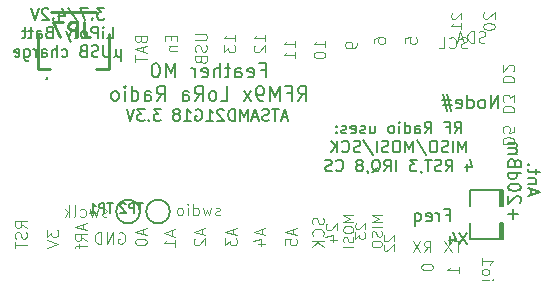
<source format=gbr>
G04 #@! TF.GenerationSoftware,KiCad,Pcbnew,5.0.2-bee76a0~70~ubuntu18.04.1*
G04 #@! TF.CreationDate,2019-01-02T19:48:11-06:00*
G04 #@! TF.ProjectId,Adafruit Feather M0 RFMxx,41646166-7275-4697-9420-466561746865,rev?*
G04 #@! TF.SameCoordinates,Original*
G04 #@! TF.FileFunction,Legend,Bot*
G04 #@! TF.FilePolarity,Positive*
%FSLAX46Y46*%
G04 Gerber Fmt 4.6, Leading zero omitted, Abs format (unit mm)*
G04 Created by KiCad (PCBNEW 5.0.2-bee76a0~70~ubuntu18.04.1) date Wed 02 Jan 2019 07:48:11 PM CST*
%MOMM*%
%LPD*%
G01*
G04 APERTURE LIST*
%ADD10C,0.132080*%
%ADD11C,0.165100*%
%ADD12C,0.121920*%
%ADD13C,0.106680*%
%ADD14C,0.152400*%
%ADD15C,0.160020*%
%ADD16C,0.203200*%
%ADD17C,0.254000*%
%ADD18C,0.138988*%
%ADD19C,0.182880*%
G04 APERTURE END LIST*
D10*
X136467547Y-93878158D02*
X135870042Y-93878158D01*
X136191776Y-94245853D01*
X136053890Y-94245853D01*
X135961966Y-94291815D01*
X135916004Y-94337777D01*
X135870042Y-94429700D01*
X135870042Y-94659510D01*
X135916004Y-94751434D01*
X135961966Y-94797396D01*
X136053890Y-94843358D01*
X136329661Y-94843358D01*
X136421585Y-94797396D01*
X136467547Y-94751434D01*
X135456385Y-94751434D02*
X135410423Y-94797396D01*
X135456385Y-94843358D01*
X135502347Y-94797396D01*
X135456385Y-94751434D01*
X135456385Y-94843358D01*
X135088690Y-93878158D02*
X134445223Y-93878158D01*
X134858880Y-94843358D01*
X133388100Y-93832196D02*
X134215414Y-95073167D01*
X132652709Y-94199891D02*
X132652709Y-94843358D01*
X132882519Y-93832196D02*
X133112328Y-94521624D01*
X132514823Y-94521624D01*
X132147128Y-94751434D02*
X132101166Y-94797396D01*
X132147128Y-94843358D01*
X132193090Y-94797396D01*
X132147128Y-94751434D01*
X132147128Y-94843358D01*
X131733471Y-93970081D02*
X131687509Y-93924120D01*
X131595585Y-93878158D01*
X131365776Y-93878158D01*
X131273852Y-93924120D01*
X131227890Y-93970081D01*
X131181928Y-94062005D01*
X131181928Y-94153929D01*
X131227890Y-94291815D01*
X131779433Y-94843358D01*
X131181928Y-94843358D01*
X130906157Y-93878158D02*
X130584423Y-94843358D01*
X130262690Y-93878158D01*
X136697357Y-96423238D02*
X137156976Y-96423238D01*
X137156976Y-95458038D01*
X136375623Y-96423238D02*
X136375623Y-95779771D01*
X136375623Y-95458038D02*
X136421585Y-95504000D01*
X136375623Y-95549961D01*
X136329661Y-95504000D01*
X136375623Y-95458038D01*
X136375623Y-95549961D01*
X135916004Y-96423238D02*
X135916004Y-95458038D01*
X135548309Y-95458038D01*
X135456385Y-95504000D01*
X135410423Y-95549961D01*
X135364461Y-95641885D01*
X135364461Y-95779771D01*
X135410423Y-95871695D01*
X135456385Y-95917657D01*
X135548309Y-95963619D01*
X135916004Y-95963619D01*
X134812919Y-96423238D02*
X134904842Y-96377276D01*
X134950804Y-96331314D01*
X134996766Y-96239390D01*
X134996766Y-95963619D01*
X134950804Y-95871695D01*
X134904842Y-95825733D01*
X134812919Y-95779771D01*
X134675033Y-95779771D01*
X134583109Y-95825733D01*
X134537147Y-95871695D01*
X134491185Y-95963619D01*
X134491185Y-96239390D01*
X134537147Y-96331314D01*
X134583109Y-96377276D01*
X134675033Y-96423238D01*
X134812919Y-96423238D01*
X133939642Y-96423238D02*
X134031566Y-96377276D01*
X134077528Y-96285352D01*
X134077528Y-95458038D01*
X133663871Y-95779771D02*
X133434061Y-96423238D01*
X133204252Y-95779771D02*
X133434061Y-96423238D01*
X133525985Y-96653047D01*
X133571947Y-96699009D01*
X133663871Y-96744971D01*
X131779433Y-95917657D02*
X131641547Y-95963619D01*
X131595585Y-96009580D01*
X131549623Y-96101504D01*
X131549623Y-96239390D01*
X131595585Y-96331314D01*
X131641547Y-96377276D01*
X131733471Y-96423238D01*
X132101166Y-96423238D01*
X132101166Y-95458038D01*
X131779433Y-95458038D01*
X131687509Y-95504000D01*
X131641547Y-95549961D01*
X131595585Y-95641885D01*
X131595585Y-95733809D01*
X131641547Y-95825733D01*
X131687509Y-95871695D01*
X131779433Y-95917657D01*
X132101166Y-95917657D01*
X130722309Y-96423238D02*
X130722309Y-95917657D01*
X130768271Y-95825733D01*
X130860195Y-95779771D01*
X131044042Y-95779771D01*
X131135966Y-95825733D01*
X130722309Y-96377276D02*
X130814233Y-96423238D01*
X131044042Y-96423238D01*
X131135966Y-96377276D01*
X131181928Y-96285352D01*
X131181928Y-96193428D01*
X131135966Y-96101504D01*
X131044042Y-96055542D01*
X130814233Y-96055542D01*
X130722309Y-96009580D01*
X130400576Y-95779771D02*
X130032880Y-95779771D01*
X130262690Y-95458038D02*
X130262690Y-96285352D01*
X130216728Y-96377276D01*
X130124804Y-96423238D01*
X130032880Y-96423238D01*
X129849033Y-95779771D02*
X129481338Y-95779771D01*
X129711147Y-95458038D02*
X129711147Y-96285352D01*
X129665185Y-96377276D01*
X129573261Y-96423238D01*
X129481338Y-96423238D01*
X137915347Y-97359651D02*
X137915347Y-98324851D01*
X137455728Y-97865232D02*
X137409766Y-97957156D01*
X137317842Y-98003118D01*
X137915347Y-97865232D02*
X137869385Y-97957156D01*
X137777461Y-98003118D01*
X137593614Y-98003118D01*
X137501690Y-97957156D01*
X137455728Y-97865232D01*
X137455728Y-97359651D01*
X136904185Y-97037918D02*
X136904185Y-97819270D01*
X136858223Y-97911194D01*
X136812261Y-97957156D01*
X136720338Y-98003118D01*
X136536490Y-98003118D01*
X136444566Y-97957156D01*
X136398604Y-97911194D01*
X136352642Y-97819270D01*
X136352642Y-97037918D01*
X135938985Y-97957156D02*
X135801100Y-98003118D01*
X135571290Y-98003118D01*
X135479366Y-97957156D01*
X135433404Y-97911194D01*
X135387442Y-97819270D01*
X135387442Y-97727346D01*
X135433404Y-97635422D01*
X135479366Y-97589460D01*
X135571290Y-97543499D01*
X135755138Y-97497537D01*
X135847061Y-97451575D01*
X135893023Y-97405613D01*
X135938985Y-97313689D01*
X135938985Y-97221765D01*
X135893023Y-97129841D01*
X135847061Y-97083880D01*
X135755138Y-97037918D01*
X135525328Y-97037918D01*
X135387442Y-97083880D01*
X134652052Y-97497537D02*
X134514166Y-97543499D01*
X134468204Y-97589460D01*
X134422242Y-97681384D01*
X134422242Y-97819270D01*
X134468204Y-97911194D01*
X134514166Y-97957156D01*
X134606090Y-98003118D01*
X134973785Y-98003118D01*
X134973785Y-97037918D01*
X134652052Y-97037918D01*
X134560128Y-97083880D01*
X134514166Y-97129841D01*
X134468204Y-97221765D01*
X134468204Y-97313689D01*
X134514166Y-97405613D01*
X134560128Y-97451575D01*
X134652052Y-97497537D01*
X134973785Y-97497537D01*
X132859538Y-97957156D02*
X132951461Y-98003118D01*
X133135309Y-98003118D01*
X133227233Y-97957156D01*
X133273195Y-97911194D01*
X133319157Y-97819270D01*
X133319157Y-97543499D01*
X133273195Y-97451575D01*
X133227233Y-97405613D01*
X133135309Y-97359651D01*
X132951461Y-97359651D01*
X132859538Y-97405613D01*
X132445880Y-98003118D02*
X132445880Y-97037918D01*
X132032223Y-98003118D02*
X132032223Y-97497537D01*
X132078185Y-97405613D01*
X132170109Y-97359651D01*
X132307995Y-97359651D01*
X132399919Y-97405613D01*
X132445880Y-97451575D01*
X131158947Y-98003118D02*
X131158947Y-97497537D01*
X131204909Y-97405613D01*
X131296833Y-97359651D01*
X131480680Y-97359651D01*
X131572604Y-97405613D01*
X131158947Y-97957156D02*
X131250871Y-98003118D01*
X131480680Y-98003118D01*
X131572604Y-97957156D01*
X131618566Y-97865232D01*
X131618566Y-97773308D01*
X131572604Y-97681384D01*
X131480680Y-97635422D01*
X131250871Y-97635422D01*
X131158947Y-97589460D01*
X130699328Y-98003118D02*
X130699328Y-97359651D01*
X130699328Y-97543499D02*
X130653366Y-97451575D01*
X130607404Y-97405613D01*
X130515480Y-97359651D01*
X130423557Y-97359651D01*
X129688166Y-97359651D02*
X129688166Y-98141003D01*
X129734128Y-98232927D01*
X129780090Y-98278889D01*
X129872014Y-98324851D01*
X130009900Y-98324851D01*
X130101823Y-98278889D01*
X129688166Y-97957156D02*
X129780090Y-98003118D01*
X129963938Y-98003118D01*
X130055861Y-97957156D01*
X130101823Y-97911194D01*
X130147785Y-97819270D01*
X130147785Y-97543499D01*
X130101823Y-97451575D01*
X130055861Y-97405613D01*
X129963938Y-97359651D01*
X129780090Y-97359651D01*
X129688166Y-97405613D01*
X128860852Y-97957156D02*
X128952776Y-98003118D01*
X129136623Y-98003118D01*
X129228547Y-97957156D01*
X129274509Y-97865232D01*
X129274509Y-97497537D01*
X129228547Y-97405613D01*
X129136623Y-97359651D01*
X128952776Y-97359651D01*
X128860852Y-97405613D01*
X128814890Y-97497537D01*
X128814890Y-97589460D01*
X129274509Y-97681384D01*
D11*
X149721207Y-99103996D02*
X150123373Y-99103996D01*
X150123373Y-99735972D02*
X150123373Y-98529472D01*
X149548850Y-98529472D01*
X148629611Y-99678520D02*
X148744516Y-99735972D01*
X148974326Y-99735972D01*
X149089230Y-99678520D01*
X149146683Y-99563615D01*
X149146683Y-99103996D01*
X149089230Y-98989091D01*
X148974326Y-98931639D01*
X148744516Y-98931639D01*
X148629611Y-98989091D01*
X148572159Y-99103996D01*
X148572159Y-99218901D01*
X149146683Y-99333805D01*
X147538016Y-99735972D02*
X147538016Y-99103996D01*
X147595469Y-98989091D01*
X147710373Y-98931639D01*
X147940183Y-98931639D01*
X148055088Y-98989091D01*
X147538016Y-99678520D02*
X147652921Y-99735972D01*
X147940183Y-99735972D01*
X148055088Y-99678520D01*
X148112540Y-99563615D01*
X148112540Y-99448710D01*
X148055088Y-99333805D01*
X147940183Y-99276353D01*
X147652921Y-99276353D01*
X147538016Y-99218901D01*
X147135850Y-98931639D02*
X146676230Y-98931639D01*
X146963492Y-98529472D02*
X146963492Y-99563615D01*
X146906040Y-99678520D01*
X146791135Y-99735972D01*
X146676230Y-99735972D01*
X146274064Y-99735972D02*
X146274064Y-98529472D01*
X145756992Y-99735972D02*
X145756992Y-99103996D01*
X145814445Y-98989091D01*
X145929350Y-98931639D01*
X146101707Y-98931639D01*
X146216611Y-98989091D01*
X146274064Y-99046544D01*
X144722850Y-99678520D02*
X144837754Y-99735972D01*
X145067564Y-99735972D01*
X145182469Y-99678520D01*
X145239921Y-99563615D01*
X145239921Y-99103996D01*
X145182469Y-98989091D01*
X145067564Y-98931639D01*
X144837754Y-98931639D01*
X144722850Y-98989091D01*
X144665397Y-99103996D01*
X144665397Y-99218901D01*
X145239921Y-99333805D01*
X144148326Y-99735972D02*
X144148326Y-98931639D01*
X144148326Y-99161448D02*
X144090873Y-99046544D01*
X144033421Y-98989091D01*
X143918516Y-98931639D01*
X143803611Y-98931639D01*
X142482207Y-99735972D02*
X142482207Y-98529472D01*
X142080040Y-99391258D01*
X141677873Y-98529472D01*
X141677873Y-99735972D01*
X140873540Y-98529472D02*
X140758635Y-98529472D01*
X140643730Y-98586925D01*
X140586278Y-98644377D01*
X140528826Y-98759282D01*
X140471373Y-98989091D01*
X140471373Y-99276353D01*
X140528826Y-99506163D01*
X140586278Y-99621067D01*
X140643730Y-99678520D01*
X140758635Y-99735972D01*
X140873540Y-99735972D01*
X140988445Y-99678520D01*
X141045897Y-99621067D01*
X141103350Y-99506163D01*
X141160802Y-99276353D01*
X141160802Y-98989091D01*
X141103350Y-98759282D01*
X141045897Y-98644377D01*
X140988445Y-98586925D01*
X140873540Y-98529472D01*
X152852361Y-101710822D02*
X153254528Y-101136298D01*
X153541790Y-101710822D02*
X153541790Y-100504322D01*
X153082171Y-100504322D01*
X152967266Y-100561775D01*
X152909814Y-100619227D01*
X152852361Y-100734132D01*
X152852361Y-100906489D01*
X152909814Y-101021394D01*
X152967266Y-101078846D01*
X153082171Y-101136298D01*
X153541790Y-101136298D01*
X151933123Y-101078846D02*
X152335290Y-101078846D01*
X152335290Y-101710822D02*
X152335290Y-100504322D01*
X151760766Y-100504322D01*
X151301147Y-101710822D02*
X151301147Y-100504322D01*
X150898980Y-101366108D01*
X150496814Y-100504322D01*
X150496814Y-101710822D01*
X149864838Y-101710822D02*
X149635028Y-101710822D01*
X149520123Y-101653370D01*
X149462671Y-101595917D01*
X149347766Y-101423560D01*
X149290314Y-101193751D01*
X149290314Y-100734132D01*
X149347766Y-100619227D01*
X149405219Y-100561775D01*
X149520123Y-100504322D01*
X149749933Y-100504322D01*
X149864838Y-100561775D01*
X149922290Y-100619227D01*
X149979742Y-100734132D01*
X149979742Y-101021394D01*
X149922290Y-101136298D01*
X149864838Y-101193751D01*
X149749933Y-101251203D01*
X149520123Y-101251203D01*
X149405219Y-101193751D01*
X149347766Y-101136298D01*
X149290314Y-101021394D01*
X148888147Y-101710822D02*
X148256171Y-100906489D01*
X148888147Y-100906489D02*
X148256171Y-101710822D01*
X146302790Y-101710822D02*
X146877314Y-101710822D01*
X146877314Y-100504322D01*
X145728266Y-101710822D02*
X145843171Y-101653370D01*
X145900623Y-101595917D01*
X145958076Y-101481013D01*
X145958076Y-101136298D01*
X145900623Y-101021394D01*
X145843171Y-100963941D01*
X145728266Y-100906489D01*
X145555909Y-100906489D01*
X145441004Y-100963941D01*
X145383552Y-101021394D01*
X145326100Y-101136298D01*
X145326100Y-101481013D01*
X145383552Y-101595917D01*
X145441004Y-101653370D01*
X145555909Y-101710822D01*
X145728266Y-101710822D01*
X144119600Y-101710822D02*
X144521766Y-101136298D01*
X144809028Y-101710822D02*
X144809028Y-100504322D01*
X144349409Y-100504322D01*
X144234504Y-100561775D01*
X144177052Y-100619227D01*
X144119600Y-100734132D01*
X144119600Y-100906489D01*
X144177052Y-101021394D01*
X144234504Y-101078846D01*
X144349409Y-101136298D01*
X144809028Y-101136298D01*
X143085457Y-101710822D02*
X143085457Y-101078846D01*
X143142909Y-100963941D01*
X143257814Y-100906489D01*
X143487623Y-100906489D01*
X143602528Y-100963941D01*
X143085457Y-101653370D02*
X143200361Y-101710822D01*
X143487623Y-101710822D01*
X143602528Y-101653370D01*
X143659980Y-101538465D01*
X143659980Y-101423560D01*
X143602528Y-101308655D01*
X143487623Y-101251203D01*
X143200361Y-101251203D01*
X143085457Y-101193751D01*
X140902266Y-101710822D02*
X141304433Y-101136298D01*
X141591695Y-101710822D02*
X141591695Y-100504322D01*
X141132076Y-100504322D01*
X141017171Y-100561775D01*
X140959719Y-100619227D01*
X140902266Y-100734132D01*
X140902266Y-100906489D01*
X140959719Y-101021394D01*
X141017171Y-101078846D01*
X141132076Y-101136298D01*
X141591695Y-101136298D01*
X139868123Y-101710822D02*
X139868123Y-101078846D01*
X139925576Y-100963941D01*
X140040480Y-100906489D01*
X140270290Y-100906489D01*
X140385195Y-100963941D01*
X139868123Y-101653370D02*
X139983028Y-101710822D01*
X140270290Y-101710822D01*
X140385195Y-101653370D01*
X140442647Y-101538465D01*
X140442647Y-101423560D01*
X140385195Y-101308655D01*
X140270290Y-101251203D01*
X139983028Y-101251203D01*
X139868123Y-101193751D01*
X138776528Y-101710822D02*
X138776528Y-100504322D01*
X138776528Y-101653370D02*
X138891433Y-101710822D01*
X139121242Y-101710822D01*
X139236147Y-101653370D01*
X139293600Y-101595917D01*
X139351052Y-101481013D01*
X139351052Y-101136298D01*
X139293600Y-101021394D01*
X139236147Y-100963941D01*
X139121242Y-100906489D01*
X138891433Y-100906489D01*
X138776528Y-100963941D01*
X138202004Y-101710822D02*
X138202004Y-100906489D01*
X138202004Y-100504322D02*
X138259457Y-100561775D01*
X138202004Y-100619227D01*
X138144552Y-100561775D01*
X138202004Y-100504322D01*
X138202004Y-100619227D01*
X137455123Y-101710822D02*
X137570028Y-101653370D01*
X137627480Y-101595917D01*
X137684933Y-101481013D01*
X137684933Y-101136298D01*
X137627480Y-101021394D01*
X137570028Y-100963941D01*
X137455123Y-100906489D01*
X137282766Y-100906489D01*
X137167861Y-100963941D01*
X137110409Y-101021394D01*
X137052957Y-101136298D01*
X137052957Y-101481013D01*
X137110409Y-101595917D01*
X137167861Y-101653370D01*
X137282766Y-101710822D01*
X137455123Y-101710822D01*
D10*
X151955500Y-103132466D02*
X151495880Y-103132466D01*
X152047423Y-103408238D02*
X151725690Y-102443038D01*
X151403957Y-103408238D01*
X151220109Y-102443038D02*
X150668566Y-102443038D01*
X150944338Y-103408238D02*
X150944338Y-102443038D01*
X150392795Y-103362276D02*
X150254909Y-103408238D01*
X150025100Y-103408238D01*
X149933176Y-103362276D01*
X149887214Y-103316314D01*
X149841252Y-103224390D01*
X149841252Y-103132466D01*
X149887214Y-103040542D01*
X149933176Y-102994580D01*
X150025100Y-102948619D01*
X150208947Y-102902657D01*
X150300871Y-102856695D01*
X150346833Y-102810733D01*
X150392795Y-102718809D01*
X150392795Y-102626885D01*
X150346833Y-102534961D01*
X150300871Y-102489000D01*
X150208947Y-102443038D01*
X149979138Y-102443038D01*
X149841252Y-102489000D01*
X149473557Y-103132466D02*
X149013938Y-103132466D01*
X149565480Y-103408238D02*
X149243747Y-102443038D01*
X148922014Y-103408238D01*
X148600280Y-103408238D02*
X148600280Y-102443038D01*
X148278547Y-103132466D01*
X147956814Y-102443038D01*
X147956814Y-103408238D01*
X147497195Y-103408238D02*
X147497195Y-102443038D01*
X147267385Y-102443038D01*
X147129500Y-102489000D01*
X147037576Y-102580923D01*
X146991614Y-102672847D01*
X146945652Y-102856695D01*
X146945652Y-102994580D01*
X146991614Y-103178428D01*
X147037576Y-103270352D01*
X147129500Y-103362276D01*
X147267385Y-103408238D01*
X147497195Y-103408238D01*
X146577957Y-102534961D02*
X146531995Y-102489000D01*
X146440071Y-102443038D01*
X146210261Y-102443038D01*
X146118338Y-102489000D01*
X146072376Y-102534961D01*
X146026414Y-102626885D01*
X146026414Y-102718809D01*
X146072376Y-102856695D01*
X146623919Y-103408238D01*
X146026414Y-103408238D01*
X145107176Y-103408238D02*
X145658719Y-103408238D01*
X145382947Y-103408238D02*
X145382947Y-102443038D01*
X145474871Y-102580923D01*
X145566795Y-102672847D01*
X145658719Y-102718809D01*
X144187938Y-102489000D02*
X144279861Y-102443038D01*
X144417747Y-102443038D01*
X144555633Y-102489000D01*
X144647557Y-102580923D01*
X144693519Y-102672847D01*
X144739480Y-102856695D01*
X144739480Y-102994580D01*
X144693519Y-103178428D01*
X144647557Y-103270352D01*
X144555633Y-103362276D01*
X144417747Y-103408238D01*
X144325823Y-103408238D01*
X144187938Y-103362276D01*
X144141976Y-103316314D01*
X144141976Y-102994580D01*
X144325823Y-102994580D01*
X143222738Y-103408238D02*
X143774280Y-103408238D01*
X143498509Y-103408238D02*
X143498509Y-102443038D01*
X143590433Y-102580923D01*
X143682357Y-102672847D01*
X143774280Y-102718809D01*
X142671195Y-102856695D02*
X142763119Y-102810733D01*
X142809080Y-102764771D01*
X142855042Y-102672847D01*
X142855042Y-102626885D01*
X142809080Y-102534961D01*
X142763119Y-102489000D01*
X142671195Y-102443038D01*
X142487347Y-102443038D01*
X142395423Y-102489000D01*
X142349461Y-102534961D01*
X142303500Y-102626885D01*
X142303500Y-102672847D01*
X142349461Y-102764771D01*
X142395423Y-102810733D01*
X142487347Y-102856695D01*
X142671195Y-102856695D01*
X142763119Y-102902657D01*
X142809080Y-102948619D01*
X142855042Y-103040542D01*
X142855042Y-103224390D01*
X142809080Y-103316314D01*
X142763119Y-103362276D01*
X142671195Y-103408238D01*
X142487347Y-103408238D01*
X142395423Y-103362276D01*
X142349461Y-103316314D01*
X142303500Y-103224390D01*
X142303500Y-103040542D01*
X142349461Y-102948619D01*
X142395423Y-102902657D01*
X142487347Y-102856695D01*
X141246376Y-102443038D02*
X140648871Y-102443038D01*
X140970604Y-102810733D01*
X140832719Y-102810733D01*
X140740795Y-102856695D01*
X140694833Y-102902657D01*
X140648871Y-102994580D01*
X140648871Y-103224390D01*
X140694833Y-103316314D01*
X140740795Y-103362276D01*
X140832719Y-103408238D01*
X141108490Y-103408238D01*
X141200414Y-103362276D01*
X141246376Y-103316314D01*
X140235214Y-103316314D02*
X140189252Y-103362276D01*
X140235214Y-103408238D01*
X140281176Y-103362276D01*
X140235214Y-103316314D01*
X140235214Y-103408238D01*
X139867519Y-102443038D02*
X139270014Y-102443038D01*
X139591747Y-102810733D01*
X139453861Y-102810733D01*
X139361938Y-102856695D01*
X139315976Y-102902657D01*
X139270014Y-102994580D01*
X139270014Y-103224390D01*
X139315976Y-103316314D01*
X139361938Y-103362276D01*
X139453861Y-103408238D01*
X139729633Y-103408238D01*
X139821557Y-103362276D01*
X139867519Y-103316314D01*
X138994242Y-102443038D02*
X138672509Y-103408238D01*
X138350776Y-102443038D01*
D12*
X144162538Y-96038609D02*
X144943890Y-96038609D01*
X145035814Y-96084571D01*
X145081776Y-96130533D01*
X145127738Y-96222457D01*
X145127738Y-96406304D01*
X145081776Y-96498228D01*
X145035814Y-96544190D01*
X144943890Y-96590152D01*
X144162538Y-96590152D01*
X145081776Y-97003809D02*
X145127738Y-97141695D01*
X145127738Y-97371504D01*
X145081776Y-97463428D01*
X145035814Y-97509390D01*
X144943890Y-97555352D01*
X144851966Y-97555352D01*
X144760042Y-97509390D01*
X144714080Y-97463428D01*
X144668119Y-97371504D01*
X144622157Y-97187657D01*
X144576195Y-97095733D01*
X144530233Y-97049771D01*
X144438309Y-97003809D01*
X144346385Y-97003809D01*
X144254461Y-97049771D01*
X144208500Y-97095733D01*
X144162538Y-97187657D01*
X144162538Y-97417466D01*
X144208500Y-97555352D01*
X144622157Y-98290742D02*
X144668119Y-98428628D01*
X144714080Y-98474590D01*
X144806004Y-98520552D01*
X144943890Y-98520552D01*
X145035814Y-98474590D01*
X145081776Y-98428628D01*
X145127738Y-98336704D01*
X145127738Y-97969009D01*
X144162538Y-97969009D01*
X144162538Y-98290742D01*
X144208500Y-98382666D01*
X144254461Y-98428628D01*
X144346385Y-98474590D01*
X144438309Y-98474590D01*
X144530233Y-98428628D01*
X144576195Y-98382666D01*
X144622157Y-98290742D01*
X144622157Y-97969009D01*
X147540738Y-96691752D02*
X147540738Y-96140209D01*
X147540738Y-96415980D02*
X146575538Y-96415980D01*
X146713423Y-96324057D01*
X146805347Y-96232133D01*
X146851309Y-96140209D01*
X146575538Y-97013485D02*
X146575538Y-97610990D01*
X146943233Y-97289257D01*
X146943233Y-97427142D01*
X146989195Y-97519066D01*
X147035157Y-97565028D01*
X147127080Y-97610990D01*
X147356890Y-97610990D01*
X147448814Y-97565028D01*
X147494776Y-97519066D01*
X147540738Y-97427142D01*
X147540738Y-97151371D01*
X147494776Y-97059447D01*
X147448814Y-97013485D01*
X161942538Y-96851409D02*
X161942538Y-96391790D01*
X162402157Y-96345828D01*
X162356195Y-96391790D01*
X162310233Y-96483714D01*
X162310233Y-96713523D01*
X162356195Y-96805447D01*
X162402157Y-96851409D01*
X162494080Y-96897371D01*
X162723890Y-96897371D01*
X162815814Y-96851409D01*
X162861776Y-96805447D01*
X162907738Y-96713523D01*
X162907738Y-96483714D01*
X162861776Y-96391790D01*
X162815814Y-96345828D01*
X152620738Y-97199752D02*
X152620738Y-96648209D01*
X152620738Y-96923980D02*
X151655538Y-96923980D01*
X151793423Y-96832057D01*
X151885347Y-96740133D01*
X151931309Y-96648209D01*
X152620738Y-98118990D02*
X152620738Y-97567447D01*
X152620738Y-97843219D02*
X151655538Y-97843219D01*
X151793423Y-97751295D01*
X151885347Y-97659371D01*
X151931309Y-97567447D01*
X155160738Y-97199752D02*
X155160738Y-96648209D01*
X155160738Y-96923980D02*
X154195538Y-96923980D01*
X154333423Y-96832057D01*
X154425347Y-96740133D01*
X154471309Y-96648209D01*
X154195538Y-97797257D02*
X154195538Y-97889180D01*
X154241500Y-97981104D01*
X154287461Y-98027066D01*
X154379385Y-98073028D01*
X154563233Y-98118990D01*
X154793042Y-98118990D01*
X154976890Y-98073028D01*
X155068814Y-98027066D01*
X155114776Y-97981104D01*
X155160738Y-97889180D01*
X155160738Y-97797257D01*
X155114776Y-97705333D01*
X155068814Y-97659371D01*
X154976890Y-97613409D01*
X154793042Y-97567447D01*
X154563233Y-97567447D01*
X154379385Y-97613409D01*
X154287461Y-97659371D01*
X154241500Y-97705333D01*
X154195538Y-97797257D01*
X157827738Y-96818752D02*
X157827738Y-97002600D01*
X157781776Y-97094523D01*
X157735814Y-97140485D01*
X157597928Y-97232409D01*
X157414080Y-97278371D01*
X157046385Y-97278371D01*
X156954461Y-97232409D01*
X156908500Y-97186447D01*
X156862538Y-97094523D01*
X156862538Y-96910676D01*
X156908500Y-96818752D01*
X156954461Y-96772790D01*
X157046385Y-96726828D01*
X157276195Y-96726828D01*
X157368119Y-96772790D01*
X157414080Y-96818752D01*
X157460042Y-96910676D01*
X157460042Y-97094523D01*
X157414080Y-97186447D01*
X157368119Y-97232409D01*
X157276195Y-97278371D01*
X167191290Y-97240876D02*
X167053405Y-97286838D01*
X166823595Y-97286838D01*
X166731671Y-97240876D01*
X166685709Y-97194914D01*
X166639748Y-97102990D01*
X166639748Y-97011066D01*
X166685709Y-96919142D01*
X166731671Y-96873180D01*
X166823595Y-96827219D01*
X167007443Y-96781257D01*
X167099367Y-96735295D01*
X167145328Y-96689333D01*
X167191290Y-96597409D01*
X167191290Y-96505485D01*
X167145328Y-96413561D01*
X167099367Y-96367600D01*
X167007443Y-96321638D01*
X166777633Y-96321638D01*
X166639748Y-96367600D01*
X165674548Y-97194914D02*
X165720509Y-97240876D01*
X165858395Y-97286838D01*
X165950319Y-97286838D01*
X166088205Y-97240876D01*
X166180128Y-97148952D01*
X166226090Y-97057028D01*
X166272052Y-96873180D01*
X166272052Y-96735295D01*
X166226090Y-96551447D01*
X166180128Y-96459523D01*
X166088205Y-96367600D01*
X165950319Y-96321638D01*
X165858395Y-96321638D01*
X165720509Y-96367600D01*
X165674548Y-96413561D01*
X164801271Y-97286838D02*
X165260890Y-97286838D01*
X165260890Y-96321638D01*
X168723128Y-96758276D02*
X168585242Y-96804238D01*
X168355433Y-96804238D01*
X168263509Y-96758276D01*
X168217547Y-96712314D01*
X168171585Y-96620390D01*
X168171585Y-96528466D01*
X168217547Y-96436542D01*
X168263509Y-96390580D01*
X168355433Y-96344619D01*
X168539280Y-96298657D01*
X168631204Y-96252695D01*
X168677166Y-96206733D01*
X168723128Y-96114809D01*
X168723128Y-96022885D01*
X168677166Y-95930961D01*
X168631204Y-95885000D01*
X168539280Y-95839038D01*
X168309471Y-95839038D01*
X168171585Y-95885000D01*
X167757928Y-96804238D02*
X167757928Y-95839038D01*
X167528119Y-95839038D01*
X167390233Y-95885000D01*
X167298309Y-95976923D01*
X167252347Y-96068847D01*
X167206385Y-96252695D01*
X167206385Y-96390580D01*
X167252347Y-96574428D01*
X167298309Y-96666352D01*
X167390233Y-96758276D01*
X167528119Y-96804238D01*
X167757928Y-96804238D01*
X166838690Y-96528466D02*
X166379071Y-96528466D01*
X166930614Y-96804238D02*
X166608880Y-95839038D01*
X166287147Y-96804238D01*
X139542157Y-96544190D02*
X139588119Y-96682076D01*
X139634080Y-96728038D01*
X139726004Y-96774000D01*
X139863890Y-96774000D01*
X139955814Y-96728038D01*
X140001776Y-96682076D01*
X140047738Y-96590152D01*
X140047738Y-96222457D01*
X139082538Y-96222457D01*
X139082538Y-96544190D01*
X139128500Y-96636114D01*
X139174461Y-96682076D01*
X139266385Y-96728038D01*
X139358309Y-96728038D01*
X139450233Y-96682076D01*
X139496195Y-96636114D01*
X139542157Y-96544190D01*
X139542157Y-96222457D01*
X139771966Y-97141695D02*
X139771966Y-97601314D01*
X140047738Y-97049771D02*
X139082538Y-97371504D01*
X140047738Y-97693238D01*
X139082538Y-97877085D02*
X139082538Y-98428628D01*
X140047738Y-98152857D02*
X139082538Y-98152857D01*
X150080738Y-96691752D02*
X150080738Y-96140209D01*
X150080738Y-96415980D02*
X149115538Y-96415980D01*
X149253423Y-96324057D01*
X149345347Y-96232133D01*
X149391309Y-96140209D01*
X149207461Y-97059447D02*
X149161500Y-97105409D01*
X149115538Y-97197333D01*
X149115538Y-97427142D01*
X149161500Y-97519066D01*
X149207461Y-97565028D01*
X149299385Y-97610990D01*
X149391309Y-97610990D01*
X149529195Y-97565028D01*
X150080738Y-97013485D01*
X150080738Y-97610990D01*
X159275538Y-96805447D02*
X159275538Y-96621600D01*
X159321500Y-96529676D01*
X159367461Y-96483714D01*
X159505347Y-96391790D01*
X159689195Y-96345828D01*
X160056890Y-96345828D01*
X160148814Y-96391790D01*
X160194776Y-96437752D01*
X160240738Y-96529676D01*
X160240738Y-96713523D01*
X160194776Y-96805447D01*
X160148814Y-96851409D01*
X160056890Y-96897371D01*
X159827080Y-96897371D01*
X159735157Y-96851409D01*
X159689195Y-96805447D01*
X159643233Y-96713523D01*
X159643233Y-96529676D01*
X159689195Y-96437752D01*
X159735157Y-96391790D01*
X159827080Y-96345828D01*
X142082157Y-96232133D02*
X142082157Y-96553866D01*
X142587738Y-96691752D02*
X142587738Y-96232133D01*
X141622538Y-96232133D01*
X141622538Y-96691752D01*
X141944271Y-97105409D02*
X142587738Y-97105409D01*
X142036195Y-97105409D02*
X141990233Y-97151371D01*
X141944271Y-97243295D01*
X141944271Y-97381180D01*
X141990233Y-97473104D01*
X142082157Y-97519066D01*
X142587738Y-97519066D01*
X129887738Y-112476038D02*
X129428119Y-112154304D01*
X129887738Y-111924495D02*
X128922538Y-111924495D01*
X128922538Y-112292190D01*
X128968500Y-112384114D01*
X129014461Y-112430076D01*
X129106385Y-112476038D01*
X129244271Y-112476038D01*
X129336195Y-112430076D01*
X129382157Y-112384114D01*
X129428119Y-112292190D01*
X129428119Y-111924495D01*
X129841776Y-112843733D02*
X129887738Y-112981619D01*
X129887738Y-113211428D01*
X129841776Y-113303352D01*
X129795814Y-113349314D01*
X129703890Y-113395276D01*
X129611966Y-113395276D01*
X129520042Y-113349314D01*
X129474080Y-113303352D01*
X129428119Y-113211428D01*
X129382157Y-113027580D01*
X129336195Y-112935657D01*
X129290233Y-112889695D01*
X129198309Y-112843733D01*
X129106385Y-112843733D01*
X129014461Y-112889695D01*
X128968500Y-112935657D01*
X128922538Y-113027580D01*
X128922538Y-113257390D01*
X128968500Y-113395276D01*
X128922538Y-113671047D02*
X128922538Y-114222590D01*
X129887738Y-113946819D02*
X128922538Y-113946819D01*
X134691966Y-112143419D02*
X134691966Y-112603038D01*
X134967738Y-112051495D02*
X134002538Y-112373228D01*
X134967738Y-112694961D01*
X134967738Y-113568238D02*
X134508119Y-113246504D01*
X134967738Y-113016695D02*
X134002538Y-113016695D01*
X134002538Y-113384390D01*
X134048500Y-113476314D01*
X134094461Y-113522276D01*
X134186385Y-113568238D01*
X134324271Y-113568238D01*
X134416195Y-113522276D01*
X134462157Y-113476314D01*
X134508119Y-113384390D01*
X134508119Y-113016695D01*
X134324271Y-113844009D02*
X134324271Y-114211704D01*
X134967738Y-113981895D02*
X134140423Y-113981895D01*
X134048500Y-114027857D01*
X134002538Y-114119780D01*
X134002538Y-114211704D01*
X131589538Y-112650209D02*
X131589538Y-113247714D01*
X131957233Y-112925980D01*
X131957233Y-113063866D01*
X132003195Y-113155790D01*
X132049157Y-113201752D01*
X132141080Y-113247714D01*
X132370890Y-113247714D01*
X132462814Y-113201752D01*
X132508776Y-113155790D01*
X132554738Y-113063866D01*
X132554738Y-112788095D01*
X132508776Y-112696171D01*
X132462814Y-112650209D01*
X131589538Y-113523485D02*
X132554738Y-113845219D01*
X131589538Y-114166952D01*
X152471966Y-112569171D02*
X152471966Y-113028790D01*
X152747738Y-112477247D02*
X151782538Y-112798980D01*
X152747738Y-113120714D01*
X151782538Y-113902066D02*
X151782538Y-113442447D01*
X152242157Y-113396485D01*
X152196195Y-113442447D01*
X152150233Y-113534371D01*
X152150233Y-113764180D01*
X152196195Y-113856104D01*
X152242157Y-113902066D01*
X152334080Y-113948028D01*
X152563890Y-113948028D01*
X152655814Y-113902066D01*
X152701776Y-113856104D01*
X152747738Y-113764180D01*
X152747738Y-113534371D01*
X152701776Y-113442447D01*
X152655814Y-113396485D01*
X149804966Y-112569171D02*
X149804966Y-113028790D01*
X150080738Y-112477247D02*
X149115538Y-112798980D01*
X150080738Y-113120714D01*
X149437271Y-113856104D02*
X150080738Y-113856104D01*
X149069576Y-113626295D02*
X149759004Y-113396485D01*
X149759004Y-113993990D01*
X147391966Y-112569171D02*
X147391966Y-113028790D01*
X147667738Y-112477247D02*
X146702538Y-112798980D01*
X147667738Y-113120714D01*
X146702538Y-113350523D02*
X146702538Y-113948028D01*
X147070233Y-113626295D01*
X147070233Y-113764180D01*
X147116195Y-113856104D01*
X147162157Y-113902066D01*
X147254080Y-113948028D01*
X147483890Y-113948028D01*
X147575814Y-113902066D01*
X147621776Y-113856104D01*
X147667738Y-113764180D01*
X147667738Y-113488409D01*
X147621776Y-113396485D01*
X147575814Y-113350523D01*
X144724966Y-112569171D02*
X144724966Y-113028790D01*
X145000738Y-112477247D02*
X144035538Y-112798980D01*
X145000738Y-113120714D01*
X144127461Y-113396485D02*
X144081500Y-113442447D01*
X144035538Y-113534371D01*
X144035538Y-113764180D01*
X144081500Y-113856104D01*
X144127461Y-113902066D01*
X144219385Y-113948028D01*
X144311309Y-113948028D01*
X144449195Y-113902066D01*
X145000738Y-113350523D01*
X145000738Y-113948028D01*
X142184966Y-112696171D02*
X142184966Y-113155790D01*
X142460738Y-112604247D02*
X141495538Y-112925980D01*
X142460738Y-113247714D01*
X142460738Y-114075028D02*
X142460738Y-113523485D01*
X142460738Y-113799257D02*
X141495538Y-113799257D01*
X141633423Y-113707333D01*
X141725347Y-113615409D01*
X141771309Y-113523485D01*
X139771966Y-112569171D02*
X139771966Y-113028790D01*
X140047738Y-112477247D02*
X139082538Y-112798980D01*
X140047738Y-113120714D01*
X139082538Y-113626295D02*
X139082538Y-113718219D01*
X139128500Y-113810142D01*
X139174461Y-113856104D01*
X139266385Y-113902066D01*
X139450233Y-113948028D01*
X139680042Y-113948028D01*
X139863890Y-113902066D01*
X139955814Y-113856104D01*
X140001776Y-113810142D01*
X140047738Y-113718219D01*
X140047738Y-113626295D01*
X140001776Y-113534371D01*
X139955814Y-113488409D01*
X139863890Y-113442447D01*
X139680042Y-113396485D01*
X139450233Y-113396485D01*
X139266385Y-113442447D01*
X139174461Y-113488409D01*
X139128500Y-113534371D01*
X139082538Y-113626295D01*
X154987776Y-111636628D02*
X155033738Y-111774514D01*
X155033738Y-112004323D01*
X154987776Y-112096247D01*
X154941814Y-112142209D01*
X154849890Y-112188171D01*
X154757966Y-112188171D01*
X154666042Y-112142209D01*
X154620080Y-112096247D01*
X154574119Y-112004323D01*
X154528157Y-111820476D01*
X154482195Y-111728552D01*
X154436233Y-111682590D01*
X154344309Y-111636628D01*
X154252385Y-111636628D01*
X154160461Y-111682590D01*
X154114500Y-111728552D01*
X154068538Y-111820476D01*
X154068538Y-112050285D01*
X154114500Y-112188171D01*
X154941814Y-113153371D02*
X154987776Y-113107409D01*
X155033738Y-112969523D01*
X155033738Y-112877600D01*
X154987776Y-112739714D01*
X154895852Y-112647790D01*
X154803928Y-112601828D01*
X154620080Y-112555866D01*
X154482195Y-112555866D01*
X154298347Y-112601828D01*
X154206423Y-112647790D01*
X154114500Y-112739714D01*
X154068538Y-112877600D01*
X154068538Y-112969523D01*
X154114500Y-113107409D01*
X154160461Y-113153371D01*
X155033738Y-113567028D02*
X154068538Y-113567028D01*
X155033738Y-114118571D02*
X154482195Y-113704914D01*
X154068538Y-114118571D02*
X154620080Y-113567028D01*
D13*
X157519158Y-111423450D02*
X156674608Y-111423450D01*
X157277858Y-111704966D01*
X156674608Y-111986483D01*
X157519158Y-111986483D01*
X156674608Y-112549516D02*
X156674608Y-112710383D01*
X156714825Y-112790816D01*
X156795258Y-112871250D01*
X156956125Y-112911466D01*
X157237641Y-112911466D01*
X157398508Y-112871250D01*
X157478941Y-112790816D01*
X157519158Y-112710383D01*
X157519158Y-112549516D01*
X157478941Y-112469083D01*
X157398508Y-112388650D01*
X157237641Y-112348433D01*
X156956125Y-112348433D01*
X156795258Y-112388650D01*
X156714825Y-112469083D01*
X156674608Y-112549516D01*
X157478941Y-113233200D02*
X157519158Y-113353850D01*
X157519158Y-113554933D01*
X157478941Y-113635366D01*
X157438725Y-113675583D01*
X157358291Y-113715800D01*
X157277858Y-113715800D01*
X157197425Y-113675583D01*
X157157208Y-113635366D01*
X157116991Y-113554933D01*
X157076775Y-113394066D01*
X157036558Y-113313633D01*
X156996341Y-113273416D01*
X156915908Y-113233200D01*
X156835475Y-113233200D01*
X156755041Y-113273416D01*
X156714825Y-113313633D01*
X156674608Y-113394066D01*
X156674608Y-113595150D01*
X156714825Y-113715800D01*
X157519158Y-114077750D02*
X156674608Y-114077750D01*
X159932158Y-111423450D02*
X159087608Y-111423450D01*
X159690858Y-111704966D01*
X159087608Y-111986483D01*
X159932158Y-111986483D01*
X159932158Y-112388650D02*
X159087608Y-112388650D01*
X159891941Y-112750600D02*
X159932158Y-112871250D01*
X159932158Y-113072333D01*
X159891941Y-113152766D01*
X159851725Y-113192983D01*
X159771291Y-113233200D01*
X159690858Y-113233200D01*
X159610425Y-113192983D01*
X159570208Y-113152766D01*
X159529991Y-113072333D01*
X159489775Y-112911466D01*
X159449558Y-112831033D01*
X159409341Y-112790816D01*
X159328908Y-112750600D01*
X159248475Y-112750600D01*
X159168041Y-112790816D01*
X159127825Y-112831033D01*
X159087608Y-112911466D01*
X159087608Y-113112550D01*
X159127825Y-113233200D01*
X159087608Y-113756016D02*
X159087608Y-113916883D01*
X159127825Y-113997316D01*
X159208258Y-114077750D01*
X159369125Y-114117966D01*
X159650641Y-114117966D01*
X159811508Y-114077750D01*
X159891941Y-113997316D01*
X159932158Y-113916883D01*
X159932158Y-113756016D01*
X159891941Y-113675583D01*
X159811508Y-113595150D01*
X159650641Y-113554933D01*
X159369125Y-113554933D01*
X159208258Y-113595150D01*
X159127825Y-113675583D01*
X159087608Y-113756016D01*
D12*
X164269661Y-115844561D02*
X164269661Y-115752638D01*
X164223700Y-115660714D01*
X164177738Y-115614752D01*
X164085814Y-115568790D01*
X163901966Y-115522828D01*
X163672157Y-115522828D01*
X163488309Y-115568790D01*
X163396385Y-115614752D01*
X163350423Y-115660714D01*
X163304461Y-115752638D01*
X163304461Y-115844561D01*
X163350423Y-115936485D01*
X163396385Y-115982447D01*
X163488309Y-116028409D01*
X163672157Y-116074371D01*
X163901966Y-116074371D01*
X164085814Y-116028409D01*
X164177738Y-115982447D01*
X164223700Y-115936485D01*
X164269661Y-115844561D01*
X166463738Y-116328371D02*
X166463738Y-115776828D01*
X166463738Y-116052600D02*
X165498538Y-116052600D01*
X165636423Y-115960676D01*
X165728347Y-115868752D01*
X165774309Y-115776828D01*
X163526433Y-114558838D02*
X163848167Y-114099219D01*
X164077976Y-114558838D02*
X164077976Y-113593638D01*
X163710281Y-113593638D01*
X163618357Y-113639600D01*
X163572395Y-113685561D01*
X163526433Y-113777485D01*
X163526433Y-113915371D01*
X163572395Y-114007295D01*
X163618357Y-114053257D01*
X163710281Y-114099219D01*
X164077976Y-114099219D01*
X163204700Y-113593638D02*
X162561233Y-114558838D01*
X162561233Y-113593638D02*
X163204700Y-114558838D01*
X166653052Y-113593638D02*
X166101509Y-113593638D01*
X166377281Y-114558838D02*
X166377281Y-113593638D01*
X165871700Y-113593638D02*
X165228233Y-114558838D01*
X165228233Y-113593638D02*
X165871700Y-114558838D01*
X137679490Y-112903000D02*
X137771414Y-112857038D01*
X137909300Y-112857038D01*
X138047185Y-112903000D01*
X138139109Y-112994923D01*
X138185071Y-113086847D01*
X138231033Y-113270695D01*
X138231033Y-113408580D01*
X138185071Y-113592428D01*
X138139109Y-113684352D01*
X138047185Y-113776276D01*
X137909300Y-113822238D01*
X137817376Y-113822238D01*
X137679490Y-113776276D01*
X137633528Y-113730314D01*
X137633528Y-113408580D01*
X137817376Y-113408580D01*
X137219871Y-113822238D02*
X137219871Y-112857038D01*
X136668328Y-113822238D01*
X136668328Y-112857038D01*
X136208709Y-113822238D02*
X136208709Y-112857038D01*
X135978900Y-112857038D01*
X135841014Y-112903000D01*
X135749090Y-112994923D01*
X135703128Y-113086847D01*
X135657166Y-113270695D01*
X135657166Y-113408580D01*
X135703128Y-113592428D01*
X135749090Y-113684352D01*
X135841014Y-113776276D01*
X135978900Y-113822238D01*
X136208709Y-113822238D01*
X168409861Y-116884171D02*
X169053328Y-116884171D01*
X169375061Y-116884171D02*
X169329100Y-116930133D01*
X169283138Y-116884171D01*
X169329100Y-116838209D01*
X169375061Y-116884171D01*
X169283138Y-116884171D01*
X168409861Y-116286667D02*
X168455823Y-116378590D01*
X168501785Y-116424552D01*
X168593709Y-116470514D01*
X168869480Y-116470514D01*
X168961404Y-116424552D01*
X169007366Y-116378590D01*
X169053328Y-116286667D01*
X169053328Y-116148781D01*
X169007366Y-116056857D01*
X168961404Y-116010895D01*
X168869480Y-115964933D01*
X168593709Y-115964933D01*
X168501785Y-116010895D01*
X168455823Y-116056857D01*
X168409861Y-116148781D01*
X168409861Y-116286667D01*
X168409861Y-115045695D02*
X168409861Y-115597238D01*
X168409861Y-115321467D02*
X169375061Y-115321467D01*
X169237176Y-115413390D01*
X169145252Y-115505314D01*
X169099290Y-115597238D01*
X146252595Y-111363276D02*
X146160671Y-111409238D01*
X145976823Y-111409238D01*
X145884900Y-111363276D01*
X145838938Y-111271352D01*
X145838938Y-111225390D01*
X145884900Y-111133466D01*
X145976823Y-111087504D01*
X146114709Y-111087504D01*
X146206633Y-111041542D01*
X146252595Y-110949619D01*
X146252595Y-110903657D01*
X146206633Y-110811733D01*
X146114709Y-110765771D01*
X145976823Y-110765771D01*
X145884900Y-110811733D01*
X145517204Y-110765771D02*
X145333357Y-111409238D01*
X145149509Y-110949619D01*
X144965661Y-111409238D01*
X144781814Y-110765771D01*
X144000461Y-111409238D02*
X144000461Y-110444038D01*
X144000461Y-111363276D02*
X144092385Y-111409238D01*
X144276233Y-111409238D01*
X144368157Y-111363276D01*
X144414119Y-111317314D01*
X144460080Y-111225390D01*
X144460080Y-110949619D01*
X144414119Y-110857695D01*
X144368157Y-110811733D01*
X144276233Y-110765771D01*
X144092385Y-110765771D01*
X144000461Y-110811733D01*
X143540842Y-111409238D02*
X143540842Y-110765771D01*
X143540842Y-110444038D02*
X143586804Y-110490000D01*
X143540842Y-110535961D01*
X143494880Y-110490000D01*
X143540842Y-110444038D01*
X143540842Y-110535961D01*
X142943338Y-111409238D02*
X143035261Y-111363276D01*
X143081223Y-111317314D01*
X143127185Y-111225390D01*
X143127185Y-110949619D01*
X143081223Y-110857695D01*
X143035261Y-110811733D01*
X142943338Y-110765771D01*
X142805452Y-110765771D01*
X142713528Y-110811733D01*
X142667566Y-110857695D01*
X142621604Y-110949619D01*
X142621604Y-111225390D01*
X142667566Y-111317314D01*
X142713528Y-111363276D01*
X142805452Y-111409238D01*
X142943338Y-111409238D01*
X136681633Y-111490276D02*
X136589709Y-111536238D01*
X136405861Y-111536238D01*
X136313938Y-111490276D01*
X136267976Y-111398352D01*
X136267976Y-111352390D01*
X136313938Y-111260466D01*
X136405861Y-111214504D01*
X136543747Y-111214504D01*
X136635671Y-111168542D01*
X136681633Y-111076619D01*
X136681633Y-111030657D01*
X136635671Y-110938733D01*
X136543747Y-110892771D01*
X136405861Y-110892771D01*
X136313938Y-110938733D01*
X135946242Y-110892771D02*
X135762395Y-111536238D01*
X135578547Y-111076619D01*
X135394700Y-111536238D01*
X135210852Y-110892771D01*
X134429500Y-111490276D02*
X134521423Y-111536238D01*
X134705271Y-111536238D01*
X134797195Y-111490276D01*
X134843157Y-111444314D01*
X134889119Y-111352390D01*
X134889119Y-111076619D01*
X134843157Y-110984695D01*
X134797195Y-110938733D01*
X134705271Y-110892771D01*
X134521423Y-110892771D01*
X134429500Y-110938733D01*
X133877957Y-111536238D02*
X133969880Y-111490276D01*
X134015842Y-111398352D01*
X134015842Y-110571038D01*
X133510261Y-111536238D02*
X133510261Y-110571038D01*
X133418338Y-111168542D02*
X133142566Y-111536238D01*
X133142566Y-110892771D02*
X133510261Y-111260466D01*
X155303461Y-112142209D02*
X155257500Y-112188171D01*
X155211538Y-112280095D01*
X155211538Y-112509904D01*
X155257500Y-112601828D01*
X155303461Y-112647790D01*
X155395385Y-112693752D01*
X155487309Y-112693752D01*
X155625195Y-112647790D01*
X156176738Y-112096247D01*
X156176738Y-112693752D01*
X155533271Y-113521066D02*
X156176738Y-113521066D01*
X155165576Y-113291257D02*
X155855004Y-113061447D01*
X155855004Y-113658952D01*
D13*
X157771041Y-112107133D02*
X157730825Y-112147350D01*
X157690608Y-112227783D01*
X157690608Y-112428866D01*
X157730825Y-112509300D01*
X157771041Y-112549516D01*
X157851475Y-112589733D01*
X157931908Y-112589733D01*
X158052558Y-112549516D01*
X158535158Y-112066916D01*
X158535158Y-112589733D01*
X157690608Y-112871250D02*
X157690608Y-113394066D01*
X158012341Y-113112550D01*
X158012341Y-113233200D01*
X158052558Y-113313633D01*
X158092775Y-113353850D01*
X158173208Y-113394066D01*
X158374291Y-113394066D01*
X158454725Y-113353850D01*
X158494941Y-113313633D01*
X158535158Y-113233200D01*
X158535158Y-112991900D01*
X158494941Y-112911466D01*
X158454725Y-112871250D01*
X160184041Y-113123133D02*
X160143825Y-113163350D01*
X160103608Y-113243783D01*
X160103608Y-113444866D01*
X160143825Y-113525300D01*
X160184041Y-113565516D01*
X160264475Y-113605733D01*
X160344908Y-113605733D01*
X160465558Y-113565516D01*
X160948158Y-113082916D01*
X160948158Y-113605733D01*
X160184041Y-113927466D02*
X160143825Y-113967683D01*
X160103608Y-114048116D01*
X160103608Y-114249200D01*
X160143825Y-114329633D01*
X160184041Y-114369850D01*
X160264475Y-114410066D01*
X160344908Y-114410066D01*
X160465558Y-114369850D01*
X160948158Y-113887250D01*
X160948158Y-114410066D01*
D12*
X168638461Y-94235209D02*
X168592500Y-94281171D01*
X168546538Y-94373095D01*
X168546538Y-94602904D01*
X168592500Y-94694828D01*
X168638461Y-94740790D01*
X168730385Y-94786752D01*
X168822309Y-94786752D01*
X168960195Y-94740790D01*
X169511738Y-94189247D01*
X169511738Y-94786752D01*
X168546538Y-95384257D02*
X168546538Y-95476180D01*
X168592500Y-95568104D01*
X168638461Y-95614066D01*
X168730385Y-95660028D01*
X168914233Y-95705990D01*
X169144042Y-95705990D01*
X169327890Y-95660028D01*
X169419814Y-95614066D01*
X169465776Y-95568104D01*
X169511738Y-95476180D01*
X169511738Y-95384257D01*
X169465776Y-95292333D01*
X169419814Y-95246371D01*
X169327890Y-95200409D01*
X169144042Y-95154447D01*
X168914233Y-95154447D01*
X168730385Y-95200409D01*
X168638461Y-95246371D01*
X168592500Y-95292333D01*
X168546538Y-95384257D01*
D13*
X165899041Y-94327133D02*
X165858825Y-94367350D01*
X165818608Y-94447783D01*
X165818608Y-94648866D01*
X165858825Y-94729300D01*
X165899041Y-94769516D01*
X165979475Y-94809733D01*
X166059908Y-94809733D01*
X166180558Y-94769516D01*
X166663158Y-94286916D01*
X166663158Y-94809733D01*
X166663158Y-95614066D02*
X166663158Y-95131466D01*
X166663158Y-95372766D02*
X165818608Y-95372766D01*
X165939258Y-95292333D01*
X166019691Y-95211900D01*
X166059908Y-95131466D01*
D12*
X170187861Y-100133476D02*
X171153061Y-100133476D01*
X171153061Y-99903667D01*
X171107100Y-99765781D01*
X171015176Y-99673857D01*
X170923252Y-99627895D01*
X170739404Y-99581933D01*
X170601519Y-99581933D01*
X170417671Y-99627895D01*
X170325747Y-99673857D01*
X170233823Y-99765781D01*
X170187861Y-99903667D01*
X170187861Y-100133476D01*
X171061138Y-99214238D02*
X171107100Y-99168276D01*
X171153061Y-99076352D01*
X171153061Y-98846543D01*
X171107100Y-98754619D01*
X171061138Y-98708657D01*
X170969214Y-98662695D01*
X170877290Y-98662695D01*
X170739404Y-98708657D01*
X170187861Y-99260200D01*
X170187861Y-98662695D01*
X170187861Y-102673476D02*
X171153061Y-102673476D01*
X171153061Y-102443667D01*
X171107100Y-102305781D01*
X171015176Y-102213857D01*
X170923252Y-102167895D01*
X170739404Y-102121933D01*
X170601519Y-102121933D01*
X170417671Y-102167895D01*
X170325747Y-102213857D01*
X170233823Y-102305781D01*
X170187861Y-102443667D01*
X170187861Y-102673476D01*
X171153061Y-101800200D02*
X171153061Y-101202695D01*
X170785366Y-101524428D01*
X170785366Y-101386543D01*
X170739404Y-101294619D01*
X170693442Y-101248657D01*
X170601519Y-101202695D01*
X170371709Y-101202695D01*
X170279785Y-101248657D01*
X170233823Y-101294619D01*
X170187861Y-101386543D01*
X170187861Y-101662314D01*
X170233823Y-101754238D01*
X170279785Y-101800200D01*
X170187861Y-105340476D02*
X171153061Y-105340476D01*
X171153061Y-105110667D01*
X171107100Y-104972781D01*
X171015176Y-104880857D01*
X170923252Y-104834895D01*
X170739404Y-104788933D01*
X170601519Y-104788933D01*
X170417671Y-104834895D01*
X170325747Y-104880857D01*
X170233823Y-104972781D01*
X170187861Y-105110667D01*
X170187861Y-105340476D01*
X171153061Y-103915657D02*
X171153061Y-104375276D01*
X170693442Y-104421238D01*
X170739404Y-104375276D01*
X170785366Y-104283352D01*
X170785366Y-104053543D01*
X170739404Y-103961619D01*
X170693442Y-103915657D01*
X170601519Y-103869695D01*
X170371709Y-103869695D01*
X170279785Y-103915657D01*
X170233823Y-103961619D01*
X170187861Y-104053543D01*
X170187861Y-104283352D01*
X170233823Y-104375276D01*
X170279785Y-104421238D01*
D14*
X166125676Y-104475038D02*
X166447409Y-104015419D01*
X166677219Y-104475038D02*
X166677219Y-103509838D01*
X166309523Y-103509838D01*
X166217600Y-103555800D01*
X166171638Y-103601761D01*
X166125676Y-103693685D01*
X166125676Y-103831571D01*
X166171638Y-103923495D01*
X166217600Y-103969457D01*
X166309523Y-104015419D01*
X166677219Y-104015419D01*
X165390285Y-103969457D02*
X165712019Y-103969457D01*
X165712019Y-104475038D02*
X165712019Y-103509838D01*
X165252400Y-103509838D01*
X163597771Y-104475038D02*
X163919504Y-104015419D01*
X164149314Y-104475038D02*
X164149314Y-103509838D01*
X163781619Y-103509838D01*
X163689695Y-103555800D01*
X163643733Y-103601761D01*
X163597771Y-103693685D01*
X163597771Y-103831571D01*
X163643733Y-103923495D01*
X163689695Y-103969457D01*
X163781619Y-104015419D01*
X164149314Y-104015419D01*
X162770457Y-104475038D02*
X162770457Y-103969457D01*
X162816419Y-103877533D01*
X162908342Y-103831571D01*
X163092190Y-103831571D01*
X163184114Y-103877533D01*
X162770457Y-104429076D02*
X162862380Y-104475038D01*
X163092190Y-104475038D01*
X163184114Y-104429076D01*
X163230076Y-104337152D01*
X163230076Y-104245228D01*
X163184114Y-104153304D01*
X163092190Y-104107342D01*
X162862380Y-104107342D01*
X162770457Y-104061380D01*
X161897180Y-104475038D02*
X161897180Y-103509838D01*
X161897180Y-104429076D02*
X161989104Y-104475038D01*
X162172952Y-104475038D01*
X162264876Y-104429076D01*
X162310838Y-104383114D01*
X162356800Y-104291190D01*
X162356800Y-104015419D01*
X162310838Y-103923495D01*
X162264876Y-103877533D01*
X162172952Y-103831571D01*
X161989104Y-103831571D01*
X161897180Y-103877533D01*
X161437561Y-104475038D02*
X161437561Y-103831571D01*
X161437561Y-103509838D02*
X161483523Y-103555800D01*
X161437561Y-103601761D01*
X161391600Y-103555800D01*
X161437561Y-103509838D01*
X161437561Y-103601761D01*
X160840057Y-104475038D02*
X160931980Y-104429076D01*
X160977942Y-104383114D01*
X161023904Y-104291190D01*
X161023904Y-104015419D01*
X160977942Y-103923495D01*
X160931980Y-103877533D01*
X160840057Y-103831571D01*
X160702171Y-103831571D01*
X160610247Y-103877533D01*
X160564285Y-103923495D01*
X160518323Y-104015419D01*
X160518323Y-104291190D01*
X160564285Y-104383114D01*
X160610247Y-104429076D01*
X160702171Y-104475038D01*
X160840057Y-104475038D01*
X158955619Y-103831571D02*
X158955619Y-104475038D01*
X159369276Y-103831571D02*
X159369276Y-104337152D01*
X159323314Y-104429076D01*
X159231390Y-104475038D01*
X159093504Y-104475038D01*
X159001580Y-104429076D01*
X158955619Y-104383114D01*
X158541961Y-104429076D02*
X158450038Y-104475038D01*
X158266190Y-104475038D01*
X158174266Y-104429076D01*
X158128304Y-104337152D01*
X158128304Y-104291190D01*
X158174266Y-104199266D01*
X158266190Y-104153304D01*
X158404076Y-104153304D01*
X158496000Y-104107342D01*
X158541961Y-104015419D01*
X158541961Y-103969457D01*
X158496000Y-103877533D01*
X158404076Y-103831571D01*
X158266190Y-103831571D01*
X158174266Y-103877533D01*
X157346952Y-104429076D02*
X157438876Y-104475038D01*
X157622723Y-104475038D01*
X157714647Y-104429076D01*
X157760609Y-104337152D01*
X157760609Y-103969457D01*
X157714647Y-103877533D01*
X157622723Y-103831571D01*
X157438876Y-103831571D01*
X157346952Y-103877533D01*
X157300990Y-103969457D01*
X157300990Y-104061380D01*
X157760609Y-104153304D01*
X156933295Y-104429076D02*
X156841371Y-104475038D01*
X156657523Y-104475038D01*
X156565600Y-104429076D01*
X156519638Y-104337152D01*
X156519638Y-104291190D01*
X156565600Y-104199266D01*
X156657523Y-104153304D01*
X156795409Y-104153304D01*
X156887333Y-104107342D01*
X156933295Y-104015419D01*
X156933295Y-103969457D01*
X156887333Y-103877533D01*
X156795409Y-103831571D01*
X156657523Y-103831571D01*
X156565600Y-103877533D01*
X156105980Y-104383114D02*
X156060019Y-104429076D01*
X156105980Y-104475038D01*
X156151942Y-104429076D01*
X156105980Y-104383114D01*
X156105980Y-104475038D01*
X156105980Y-103877533D02*
X156060019Y-103923495D01*
X156105980Y-103969457D01*
X156151942Y-103923495D01*
X156105980Y-103877533D01*
X156105980Y-103969457D01*
X167090876Y-106075238D02*
X167090876Y-105110038D01*
X166769142Y-105799466D01*
X166447409Y-105110038D01*
X166447409Y-106075238D01*
X165987790Y-106075238D02*
X165987790Y-105110038D01*
X165574133Y-106029276D02*
X165436247Y-106075238D01*
X165206438Y-106075238D01*
X165114514Y-106029276D01*
X165068552Y-105983314D01*
X165022590Y-105891390D01*
X165022590Y-105799466D01*
X165068552Y-105707542D01*
X165114514Y-105661580D01*
X165206438Y-105615619D01*
X165390285Y-105569657D01*
X165482209Y-105523695D01*
X165528171Y-105477733D01*
X165574133Y-105385809D01*
X165574133Y-105293885D01*
X165528171Y-105201961D01*
X165482209Y-105156000D01*
X165390285Y-105110038D01*
X165160476Y-105110038D01*
X165022590Y-105156000D01*
X164425085Y-105110038D02*
X164241238Y-105110038D01*
X164149314Y-105156000D01*
X164057390Y-105247923D01*
X164011428Y-105431771D01*
X164011428Y-105753504D01*
X164057390Y-105937352D01*
X164149314Y-106029276D01*
X164241238Y-106075238D01*
X164425085Y-106075238D01*
X164517009Y-106029276D01*
X164608933Y-105937352D01*
X164654895Y-105753504D01*
X164654895Y-105431771D01*
X164608933Y-105247923D01*
X164517009Y-105156000D01*
X164425085Y-105110038D01*
X162908342Y-105064076D02*
X163735657Y-106305047D01*
X162586609Y-106075238D02*
X162586609Y-105110038D01*
X162264876Y-105799466D01*
X161943142Y-105110038D01*
X161943142Y-106075238D01*
X161299676Y-105110038D02*
X161115828Y-105110038D01*
X161023904Y-105156000D01*
X160931980Y-105247923D01*
X160886019Y-105431771D01*
X160886019Y-105753504D01*
X160931980Y-105937352D01*
X161023904Y-106029276D01*
X161115828Y-106075238D01*
X161299676Y-106075238D01*
X161391600Y-106029276D01*
X161483523Y-105937352D01*
X161529485Y-105753504D01*
X161529485Y-105431771D01*
X161483523Y-105247923D01*
X161391600Y-105156000D01*
X161299676Y-105110038D01*
X160518323Y-106029276D02*
X160380438Y-106075238D01*
X160150628Y-106075238D01*
X160058704Y-106029276D01*
X160012742Y-105983314D01*
X159966780Y-105891390D01*
X159966780Y-105799466D01*
X160012742Y-105707542D01*
X160058704Y-105661580D01*
X160150628Y-105615619D01*
X160334476Y-105569657D01*
X160426400Y-105523695D01*
X160472361Y-105477733D01*
X160518323Y-105385809D01*
X160518323Y-105293885D01*
X160472361Y-105201961D01*
X160426400Y-105156000D01*
X160334476Y-105110038D01*
X160104666Y-105110038D01*
X159966780Y-105156000D01*
X159553123Y-106075238D02*
X159553123Y-105110038D01*
X158404076Y-105064076D02*
X159231390Y-106305047D01*
X158128304Y-106029276D02*
X157990419Y-106075238D01*
X157760609Y-106075238D01*
X157668685Y-106029276D01*
X157622723Y-105983314D01*
X157576761Y-105891390D01*
X157576761Y-105799466D01*
X157622723Y-105707542D01*
X157668685Y-105661580D01*
X157760609Y-105615619D01*
X157944457Y-105569657D01*
X158036380Y-105523695D01*
X158082342Y-105477733D01*
X158128304Y-105385809D01*
X158128304Y-105293885D01*
X158082342Y-105201961D01*
X158036380Y-105156000D01*
X157944457Y-105110038D01*
X157714647Y-105110038D01*
X157576761Y-105156000D01*
X156611561Y-105983314D02*
X156657523Y-106029276D01*
X156795409Y-106075238D01*
X156887333Y-106075238D01*
X157025219Y-106029276D01*
X157117142Y-105937352D01*
X157163104Y-105845428D01*
X157209066Y-105661580D01*
X157209066Y-105523695D01*
X157163104Y-105339847D01*
X157117142Y-105247923D01*
X157025219Y-105156000D01*
X156887333Y-105110038D01*
X156795409Y-105110038D01*
X156657523Y-105156000D01*
X156611561Y-105201961D01*
X156197904Y-106075238D02*
X156197904Y-105110038D01*
X155646361Y-106075238D02*
X156060019Y-105523695D01*
X155646361Y-105110038D02*
X156197904Y-105661580D01*
X167159819Y-107031971D02*
X167159819Y-107675438D01*
X167389628Y-106664276D02*
X167619438Y-107353704D01*
X167021933Y-107353704D01*
X165367304Y-107675438D02*
X165689038Y-107215819D01*
X165918847Y-107675438D02*
X165918847Y-106710238D01*
X165551152Y-106710238D01*
X165459228Y-106756200D01*
X165413266Y-106802161D01*
X165367304Y-106894085D01*
X165367304Y-107031971D01*
X165413266Y-107123895D01*
X165459228Y-107169857D01*
X165551152Y-107215819D01*
X165918847Y-107215819D01*
X164999609Y-107629476D02*
X164861723Y-107675438D01*
X164631914Y-107675438D01*
X164539990Y-107629476D01*
X164494028Y-107583514D01*
X164448066Y-107491590D01*
X164448066Y-107399666D01*
X164494028Y-107307742D01*
X164539990Y-107261780D01*
X164631914Y-107215819D01*
X164815761Y-107169857D01*
X164907685Y-107123895D01*
X164953647Y-107077933D01*
X164999609Y-106986009D01*
X164999609Y-106894085D01*
X164953647Y-106802161D01*
X164907685Y-106756200D01*
X164815761Y-106710238D01*
X164585952Y-106710238D01*
X164448066Y-106756200D01*
X164172295Y-106710238D02*
X163620752Y-106710238D01*
X163896523Y-107675438D02*
X163896523Y-106710238D01*
X163253057Y-107629476D02*
X163253057Y-107675438D01*
X163299019Y-107767361D01*
X163344980Y-107813323D01*
X162931323Y-106710238D02*
X162333819Y-106710238D01*
X162655552Y-107077933D01*
X162517666Y-107077933D01*
X162425742Y-107123895D01*
X162379780Y-107169857D01*
X162333819Y-107261780D01*
X162333819Y-107491590D01*
X162379780Y-107583514D01*
X162425742Y-107629476D01*
X162517666Y-107675438D01*
X162793438Y-107675438D01*
X162885361Y-107629476D01*
X162931323Y-107583514D01*
X161184771Y-107675438D02*
X161184771Y-106710238D01*
X160173609Y-107675438D02*
X160495342Y-107215819D01*
X160725152Y-107675438D02*
X160725152Y-106710238D01*
X160357457Y-106710238D01*
X160265533Y-106756200D01*
X160219571Y-106802161D01*
X160173609Y-106894085D01*
X160173609Y-107031971D01*
X160219571Y-107123895D01*
X160265533Y-107169857D01*
X160357457Y-107215819D01*
X160725152Y-107215819D01*
X159116485Y-107767361D02*
X159208409Y-107721400D01*
X159300333Y-107629476D01*
X159438219Y-107491590D01*
X159530142Y-107445628D01*
X159622066Y-107445628D01*
X159576104Y-107675438D02*
X159668028Y-107629476D01*
X159759952Y-107537552D01*
X159805914Y-107353704D01*
X159805914Y-107031971D01*
X159759952Y-106848123D01*
X159668028Y-106756200D01*
X159576104Y-106710238D01*
X159392257Y-106710238D01*
X159300333Y-106756200D01*
X159208409Y-106848123D01*
X159162447Y-107031971D01*
X159162447Y-107353704D01*
X159208409Y-107537552D01*
X159300333Y-107629476D01*
X159392257Y-107675438D01*
X159576104Y-107675438D01*
X158702828Y-107629476D02*
X158702828Y-107675438D01*
X158748790Y-107767361D01*
X158794752Y-107813323D01*
X158151285Y-107123895D02*
X158243209Y-107077933D01*
X158289171Y-107031971D01*
X158335133Y-106940047D01*
X158335133Y-106894085D01*
X158289171Y-106802161D01*
X158243209Y-106756200D01*
X158151285Y-106710238D01*
X157967438Y-106710238D01*
X157875514Y-106756200D01*
X157829552Y-106802161D01*
X157783590Y-106894085D01*
X157783590Y-106940047D01*
X157829552Y-107031971D01*
X157875514Y-107077933D01*
X157967438Y-107123895D01*
X158151285Y-107123895D01*
X158243209Y-107169857D01*
X158289171Y-107215819D01*
X158335133Y-107307742D01*
X158335133Y-107491590D01*
X158289171Y-107583514D01*
X158243209Y-107629476D01*
X158151285Y-107675438D01*
X157967438Y-107675438D01*
X157875514Y-107629476D01*
X157829552Y-107583514D01*
X157783590Y-107491590D01*
X157783590Y-107307742D01*
X157829552Y-107215819D01*
X157875514Y-107169857D01*
X157967438Y-107123895D01*
X156083000Y-107583514D02*
X156128961Y-107629476D01*
X156266847Y-107675438D01*
X156358771Y-107675438D01*
X156496657Y-107629476D01*
X156588580Y-107537552D01*
X156634542Y-107445628D01*
X156680504Y-107261780D01*
X156680504Y-107123895D01*
X156634542Y-106940047D01*
X156588580Y-106848123D01*
X156496657Y-106756200D01*
X156358771Y-106710238D01*
X156266847Y-106710238D01*
X156128961Y-106756200D01*
X156083000Y-106802161D01*
X155715304Y-107629476D02*
X155577419Y-107675438D01*
X155347609Y-107675438D01*
X155255685Y-107629476D01*
X155209723Y-107583514D01*
X155163761Y-107491590D01*
X155163761Y-107399666D01*
X155209723Y-107307742D01*
X155255685Y-107261780D01*
X155347609Y-107215819D01*
X155531457Y-107169857D01*
X155623380Y-107123895D01*
X155669342Y-107077933D01*
X155715304Y-106986009D01*
X155715304Y-106894085D01*
X155669342Y-106802161D01*
X155623380Y-106756200D01*
X155531457Y-106710238D01*
X155301647Y-106710238D01*
X155163761Y-106756200D01*
D15*
X169792051Y-102348392D02*
X169792051Y-101262542D01*
X169171565Y-102348392D01*
X169171565Y-101262542D01*
X168499372Y-102348392D02*
X168602787Y-102296685D01*
X168654494Y-102244978D01*
X168706201Y-102141564D01*
X168706201Y-101831321D01*
X168654494Y-101727907D01*
X168602787Y-101676200D01*
X168499372Y-101624492D01*
X168344251Y-101624492D01*
X168240837Y-101676200D01*
X168189129Y-101727907D01*
X168137422Y-101831321D01*
X168137422Y-102141564D01*
X168189129Y-102244978D01*
X168240837Y-102296685D01*
X168344251Y-102348392D01*
X168499372Y-102348392D01*
X167206694Y-102348392D02*
X167206694Y-101262542D01*
X167206694Y-102296685D02*
X167310108Y-102348392D01*
X167516937Y-102348392D01*
X167620351Y-102296685D01*
X167672058Y-102244978D01*
X167723765Y-102141564D01*
X167723765Y-101831321D01*
X167672058Y-101727907D01*
X167620351Y-101676200D01*
X167516937Y-101624492D01*
X167310108Y-101624492D01*
X167206694Y-101676200D01*
X166275965Y-102296685D02*
X166379379Y-102348392D01*
X166586208Y-102348392D01*
X166689622Y-102296685D01*
X166741329Y-102193271D01*
X166741329Y-101779614D01*
X166689622Y-101676200D01*
X166586208Y-101624492D01*
X166379379Y-101624492D01*
X166275965Y-101676200D01*
X166224258Y-101779614D01*
X166224258Y-101883028D01*
X166741329Y-101986442D01*
X165810601Y-101624492D02*
X165034994Y-101624492D01*
X165500358Y-101159128D02*
X165810601Y-102555221D01*
X165138408Y-102089857D02*
X165914015Y-102089857D01*
X165448651Y-102555221D02*
X165138408Y-101159128D01*
X165366101Y-111368114D02*
X165728051Y-111368114D01*
X165728051Y-111936892D02*
X165728051Y-110851042D01*
X165210979Y-110851042D01*
X164797322Y-111936892D02*
X164797322Y-111212992D01*
X164797322Y-111419821D02*
X164745615Y-111316407D01*
X164693908Y-111264700D01*
X164590494Y-111212992D01*
X164487079Y-111212992D01*
X163711472Y-111885185D02*
X163814887Y-111936892D01*
X164021715Y-111936892D01*
X164125129Y-111885185D01*
X164176837Y-111781771D01*
X164176837Y-111368114D01*
X164125129Y-111264700D01*
X164021715Y-111212992D01*
X163814887Y-111212992D01*
X163711472Y-111264700D01*
X163659765Y-111368114D01*
X163659765Y-111471528D01*
X164176837Y-111574942D01*
X162729037Y-111212992D02*
X162729037Y-112298842D01*
X162729037Y-111885185D02*
X162832451Y-111936892D01*
X163039279Y-111936892D01*
X163142694Y-111885185D01*
X163194401Y-111833478D01*
X163246108Y-111730064D01*
X163246108Y-111419821D01*
X163194401Y-111316407D01*
X163142694Y-111264700D01*
X163039279Y-111212992D01*
X162832451Y-111212992D01*
X162729037Y-111264700D01*
X172612050Y-109709258D02*
X172612050Y-109192187D01*
X172301807Y-109812672D02*
X173387657Y-109450722D01*
X172301807Y-109088772D01*
X173025707Y-108726822D02*
X172301807Y-108726822D01*
X172922292Y-108726822D02*
X172974000Y-108675115D01*
X173025707Y-108571701D01*
X173025707Y-108416579D01*
X172974000Y-108313165D01*
X172870585Y-108261458D01*
X172301807Y-108261458D01*
X173025707Y-107899508D02*
X173025707Y-107485851D01*
X173387657Y-107744387D02*
X172456928Y-107744387D01*
X172353514Y-107692679D01*
X172301807Y-107589265D01*
X172301807Y-107485851D01*
X172405221Y-107123901D02*
X172353514Y-107072194D01*
X172301807Y-107123901D01*
X172353514Y-107175608D01*
X172405221Y-107123901D01*
X172301807Y-107123901D01*
X171064464Y-111689551D02*
X171064464Y-110862237D01*
X170650807Y-111275894D02*
X171478121Y-111275894D01*
X171633242Y-110396872D02*
X171684950Y-110345165D01*
X171736657Y-110241751D01*
X171736657Y-109983215D01*
X171684950Y-109879801D01*
X171633242Y-109828094D01*
X171529828Y-109776387D01*
X171426414Y-109776387D01*
X171271292Y-109828094D01*
X170650807Y-110448579D01*
X170650807Y-109776387D01*
X171736657Y-109104194D02*
X171736657Y-109000779D01*
X171684950Y-108897365D01*
X171633242Y-108845658D01*
X171529828Y-108793951D01*
X171323000Y-108742244D01*
X171064464Y-108742244D01*
X170857635Y-108793951D01*
X170754221Y-108845658D01*
X170702514Y-108897365D01*
X170650807Y-109000779D01*
X170650807Y-109104194D01*
X170702514Y-109207608D01*
X170754221Y-109259315D01*
X170857635Y-109311022D01*
X171064464Y-109362729D01*
X171323000Y-109362729D01*
X171529828Y-109311022D01*
X171633242Y-109259315D01*
X171684950Y-109207608D01*
X171736657Y-109104194D01*
X170650807Y-107811515D02*
X171736657Y-107811515D01*
X170702514Y-107811515D02*
X170650807Y-107914929D01*
X170650807Y-108121758D01*
X170702514Y-108225172D01*
X170754221Y-108276879D01*
X170857635Y-108328587D01*
X171167878Y-108328587D01*
X171271292Y-108276879D01*
X171323000Y-108225172D01*
X171374707Y-108121758D01*
X171374707Y-107914929D01*
X171323000Y-107811515D01*
X171219585Y-106932494D02*
X171167878Y-106777372D01*
X171116171Y-106725665D01*
X171012757Y-106673958D01*
X170857635Y-106673958D01*
X170754221Y-106725665D01*
X170702514Y-106777372D01*
X170650807Y-106880787D01*
X170650807Y-107294444D01*
X171736657Y-107294444D01*
X171736657Y-106932494D01*
X171684950Y-106829079D01*
X171633242Y-106777372D01*
X171529828Y-106725665D01*
X171426414Y-106725665D01*
X171323000Y-106777372D01*
X171271292Y-106829079D01*
X171219585Y-106932494D01*
X171219585Y-107294444D01*
X170650807Y-106208594D02*
X171374707Y-106208594D01*
X171271292Y-106208594D02*
X171323000Y-106156887D01*
X171374707Y-106053472D01*
X171374707Y-105898351D01*
X171323000Y-105794937D01*
X171219585Y-105743229D01*
X170650807Y-105743229D01*
X171219585Y-105743229D02*
X171323000Y-105691522D01*
X171374707Y-105588108D01*
X171374707Y-105432987D01*
X171323000Y-105329572D01*
X171219585Y-105277865D01*
X170650807Y-105277865D01*
D16*
G04 #@! TO.C,TP1*
X139468100Y-111099600D02*
G75*
G03X139468100Y-111099600I-1000000J0D01*
G01*
G04 #@! TO.C,TP2*
X142008100Y-111099600D02*
G75*
G03X142008100Y-111099600I-1000000J0D01*
G01*
G04 #@! TO.C,X4*
X170194100Y-109253600D02*
X169994100Y-109253600D01*
X170194100Y-110653600D02*
X169994100Y-110653600D01*
X170194100Y-112053600D02*
X169994100Y-112053600D01*
X170194100Y-113453600D02*
X169994100Y-113453600D01*
X170194100Y-109253600D02*
X170194100Y-110653600D01*
X170194100Y-112053600D02*
X170194100Y-113453600D01*
X170094100Y-109353600D02*
X170094100Y-110653600D01*
X170094100Y-112053600D02*
X170094100Y-113353600D01*
X167394100Y-109253600D02*
X167394100Y-110653600D01*
X167394100Y-112053600D02*
X167394100Y-113453600D01*
X169994100Y-109253600D02*
X169994100Y-110653600D01*
X167394100Y-109253600D02*
X169994100Y-109253600D01*
X169994100Y-113453600D02*
X167394100Y-113453600D01*
X169994100Y-112053600D02*
X169994100Y-113453600D01*
D17*
G04 #@! TO.C,JP7*
X130852000Y-99060000D02*
X130852000Y-96080000D01*
X136852000Y-99060000D02*
X136852000Y-96080000D01*
X130852000Y-99060000D02*
X131881000Y-99060000D01*
X136852000Y-99060000D02*
X135789000Y-99060000D01*
X131946000Y-94210000D02*
X135755000Y-94210000D01*
X131614370Y-99852000D02*
G75*
G03X131614370Y-99852000I-60370J0D01*
G01*
G04 #@! TO.C,TP1*
D18*
X137161218Y-110417670D02*
X136719984Y-110417670D01*
X136940601Y-111189830D02*
X136940601Y-110417670D01*
X136462597Y-111189830D02*
X136462597Y-110417670D01*
X136168441Y-110417670D01*
X136094902Y-110454440D01*
X136058133Y-110491209D01*
X136021363Y-110564748D01*
X136021363Y-110675057D01*
X136058133Y-110748596D01*
X136094902Y-110785365D01*
X136168441Y-110822135D01*
X136462597Y-110822135D01*
X135285973Y-111189830D02*
X135727207Y-111189830D01*
X135506590Y-111189830D02*
X135506590Y-110417670D01*
X135580129Y-110527979D01*
X135653668Y-110601518D01*
X135727207Y-110638287D01*
G04 #@! TO.C,TP2*
X139701218Y-110417670D02*
X139259984Y-110417670D01*
X139480601Y-111189830D02*
X139480601Y-110417670D01*
X139002597Y-111189830D02*
X139002597Y-110417670D01*
X138708441Y-110417670D01*
X138634902Y-110454440D01*
X138598133Y-110491209D01*
X138561363Y-110564748D01*
X138561363Y-110675057D01*
X138598133Y-110748596D01*
X138634902Y-110785365D01*
X138708441Y-110822135D01*
X139002597Y-110822135D01*
X138267207Y-110491209D02*
X138230437Y-110454440D01*
X138156898Y-110417670D01*
X137973051Y-110417670D01*
X137899512Y-110454440D01*
X137862742Y-110491209D01*
X137825973Y-110564748D01*
X137825973Y-110638287D01*
X137862742Y-110748596D01*
X138303976Y-111189830D01*
X137825973Y-111189830D01*
G04 #@! TO.C,X4*
D19*
X167167342Y-112882438D02*
X166523875Y-113847638D01*
X166523875Y-112882438D02*
X167167342Y-113847638D01*
X165742523Y-113204171D02*
X165742523Y-113847638D01*
X165972332Y-112836476D02*
X166202142Y-113525904D01*
X165604637Y-113525904D01*
G04 #@! TO.C,JP7*
D17*
X134732333Y-95070523D02*
X134732333Y-95977666D01*
X134792809Y-96159095D01*
X134913761Y-96280047D01*
X135095190Y-96340523D01*
X135216142Y-96340523D01*
X134127571Y-96340523D02*
X134127571Y-95070523D01*
X133643761Y-95070523D01*
X133522809Y-95131000D01*
X133462333Y-95191476D01*
X133401857Y-95312428D01*
X133401857Y-95493857D01*
X133462333Y-95614809D01*
X133522809Y-95675285D01*
X133643761Y-95735761D01*
X134127571Y-95735761D01*
X132978523Y-95070523D02*
X132131857Y-95070523D01*
X132676142Y-96340523D01*
G04 #@! TD*
M02*

</source>
